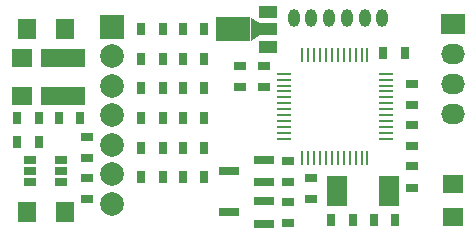
<source format=gbr>
G04 #@! TF.FileFunction,Soldermask,Bot*
%FSLAX46Y46*%
G04 Gerber Fmt 4.6, Leading zero omitted, Abs format (unit mm)*
G04 Created by KiCad (PCBNEW 4.0.5) date 03/16/17 19:23:10*
%MOMM*%
%LPD*%
G01*
G04 APERTURE LIST*
%ADD10C,0.100000*%
%ADD11R,1.000000X0.800000*%
%ADD12R,0.800000X1.000000*%
%ADD13R,2.000000X2.000000*%
%ADD14C,2.000000*%
%ADD15O,1.000000X1.524000*%
%ADD16R,1.800860X0.800100*%
%ADD17R,0.250000X1.300000*%
%ADD18R,1.300000X0.250000*%
%ADD19R,1.800000X2.600000*%
%ADD20R,2.032000X1.727200*%
%ADD21O,2.032000X1.727200*%
%ADD22R,1.600000X1.800000*%
%ADD23R,3.700000X1.600000*%
%ADD24R,1.000760X0.690880*%
%ADD25R,1.800000X1.600000*%
%ADD26R,1.501140X1.000760*%
%ADD27R,2.999740X1.998980*%
%ADD28R,1.800860X1.597660*%
G04 APERTURE END LIST*
D10*
D11*
X20000000Y-7400000D03*
X20000000Y-5600000D03*
X34500000Y-14100000D03*
X34500000Y-15900000D03*
D12*
X33100000Y-18600000D03*
X31300000Y-18600000D03*
X27700000Y-18600000D03*
X29500000Y-18600000D03*
D11*
X34500000Y-10600000D03*
X34500000Y-12400000D03*
D12*
X33900000Y-4500000D03*
X32100000Y-4500000D03*
D13*
X9144000Y-2286000D03*
D14*
X9144000Y-4779000D03*
X9144000Y-7279000D03*
X9144000Y-9779000D03*
X9144000Y-12279000D03*
X9144000Y-14779000D03*
X9144000Y-17279000D03*
D15*
X24500000Y-1500000D03*
X26000000Y-1500000D03*
X27500000Y-1500000D03*
X29000000Y-1500000D03*
X30500000Y-1500000D03*
X32000000Y-1500000D03*
D16*
X22001140Y-17050000D03*
X22001140Y-18950000D03*
X18998860Y-18000000D03*
D11*
X34500000Y-7100000D03*
X34500000Y-8900000D03*
D12*
X13400000Y-2500000D03*
X11600000Y-2500000D03*
X13400000Y-5000000D03*
X11600000Y-5000000D03*
X13400000Y-7500000D03*
X11600000Y-7500000D03*
X13400000Y-10000000D03*
X11600000Y-10000000D03*
X13400000Y-12500000D03*
X11600000Y-12500000D03*
X13400000Y-15000000D03*
X11600000Y-15000000D03*
X16900000Y-2500000D03*
X15100000Y-2500000D03*
X16900000Y-5000000D03*
X15100000Y-5000000D03*
X16900000Y-7500000D03*
X15100000Y-7500000D03*
X16900000Y-10000000D03*
X15100000Y-10000000D03*
X16900000Y-12500000D03*
X15100000Y-12500000D03*
X16900000Y-15000000D03*
X15100000Y-15000000D03*
D11*
X24000000Y-18900000D03*
X24000000Y-17100000D03*
D17*
X30750000Y-13350000D03*
X30250000Y-13350000D03*
X29750000Y-13350000D03*
X29250000Y-13350000D03*
X28750000Y-13350000D03*
X28250000Y-13350000D03*
X27750000Y-13350000D03*
X27250000Y-13350000D03*
X26750000Y-13350000D03*
X26250000Y-13350000D03*
X25750000Y-13350000D03*
X25250000Y-13350000D03*
D18*
X23650000Y-11750000D03*
X23650000Y-11250000D03*
X23650000Y-10750000D03*
X23650000Y-10250000D03*
X23650000Y-9750000D03*
X23650000Y-9250000D03*
X23650000Y-8750000D03*
X23650000Y-8250000D03*
X23650000Y-7750000D03*
X23650000Y-7250000D03*
X23650000Y-6750000D03*
X23650000Y-6250000D03*
D17*
X25250000Y-4650000D03*
X25750000Y-4650000D03*
X26250000Y-4650000D03*
X26750000Y-4650000D03*
X27250000Y-4650000D03*
X27750000Y-4650000D03*
X28250000Y-4650000D03*
X28750000Y-4650000D03*
X29250000Y-4650000D03*
X29750000Y-4650000D03*
X30250000Y-4650000D03*
X30750000Y-4650000D03*
D18*
X32350000Y-6250000D03*
X32350000Y-6750000D03*
X32350000Y-7250000D03*
X32350000Y-7750000D03*
X32350000Y-8250000D03*
X32350000Y-8750000D03*
X32350000Y-9250000D03*
X32350000Y-9750000D03*
X32350000Y-10250000D03*
X32350000Y-10750000D03*
X32350000Y-11250000D03*
X32350000Y-11750000D03*
D19*
X32600000Y-16200000D03*
X28200000Y-16200000D03*
D20*
X38000000Y-2000000D03*
D21*
X38000000Y-4540000D03*
X38000000Y-7080000D03*
X38000000Y-9620000D03*
D22*
X5100000Y-2500000D03*
X1900000Y-2500000D03*
X5100000Y-18000000D03*
X1900000Y-18000000D03*
D12*
X2900000Y-12000000D03*
X1100000Y-12000000D03*
D23*
X5000000Y-4900000D03*
X5000000Y-8100000D03*
D12*
X4600000Y-10000000D03*
X6400000Y-10000000D03*
X1100000Y-10000000D03*
X2900000Y-10000000D03*
D24*
X4800480Y-13550040D03*
X4800480Y-14500000D03*
X4800480Y-15449960D03*
X2199520Y-15449960D03*
X2199520Y-14500000D03*
X2199520Y-13550040D03*
D25*
X1500000Y-8100000D03*
X1500000Y-4900000D03*
D26*
X22351660Y-998860D03*
X22351660Y-2500000D03*
X22351660Y-4001140D03*
D27*
X19400180Y-2500000D03*
D10*
G36*
X21623950Y-3000380D02*
X20874650Y-3500760D01*
X20874650Y-1499240D01*
X21623950Y-1999620D01*
X21623950Y-3000380D01*
X21623950Y-3000380D01*
G37*
D11*
X22000000Y-7400000D03*
X22000000Y-5600000D03*
X26000000Y-16900000D03*
X26000000Y-15100000D03*
X7000000Y-16900000D03*
X7000000Y-15100000D03*
X7000000Y-13400000D03*
X7000000Y-11600000D03*
D16*
X22001140Y-13550000D03*
X22001140Y-15450000D03*
X18998860Y-14500000D03*
D11*
X24000000Y-15400000D03*
X24000000Y-13600000D03*
D28*
X38000000Y-18419860D03*
X38000000Y-15580140D03*
M02*

</source>
